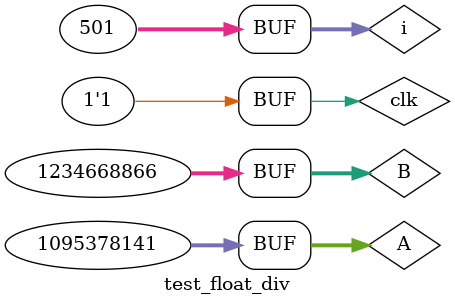
<source format=v>
`timescale 1ns / 1ps


module test_float_div;

	// Inputs
	reg clk;
	reg [31:0] A;
	reg [31:0] B;

	// Outputs
	wire [31:0] S;
	wire ERR;

	// Instantiate the Unit Under Test (UUT)
	float_div uut (
		.clk(clk), 
		.A(A), 
		.B(B), 
		.S(S), 
		.ERR(ERR)
	);
	integer i;
	initial begin
		// Initialize Inputs
		clk = 0;
		A = 32'h414a24dd;
		B = 32'h49978d42;

		// Wait 100 ns for global reset to finish
		#100;
        
		// Add stimulus here
		for(i=0;i<=500;i=i+1)
		begin
			clk=~clk;
			#100;
		end
	end
      
endmodule


</source>
